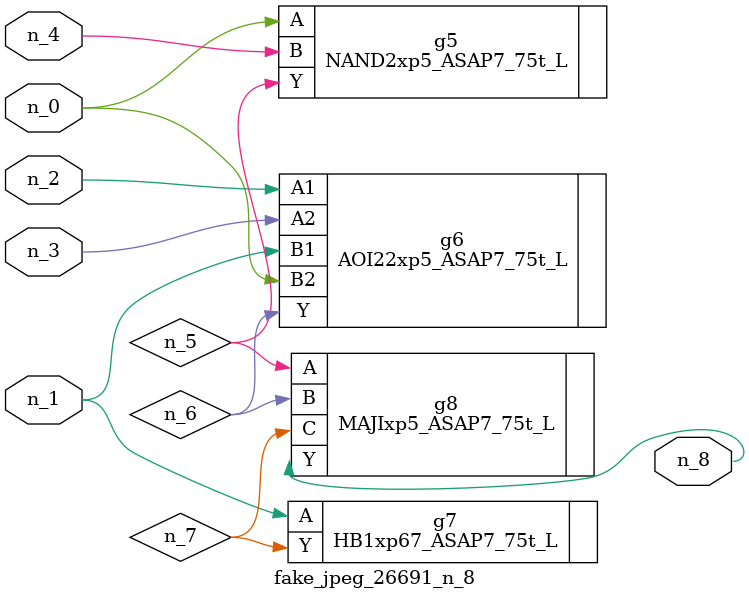
<source format=v>
module fake_jpeg_26691_n_8 (n_3, n_2, n_1, n_0, n_4, n_8);

input n_3;
input n_2;
input n_1;
input n_0;
input n_4;

output n_8;

wire n_6;
wire n_5;
wire n_7;

NAND2xp5_ASAP7_75t_L g5 ( 
.A(n_0),
.B(n_4),
.Y(n_5)
);

AOI22xp5_ASAP7_75t_L g6 ( 
.A1(n_2),
.A2(n_3),
.B1(n_1),
.B2(n_0),
.Y(n_6)
);

HB1xp67_ASAP7_75t_L g7 ( 
.A(n_1),
.Y(n_7)
);

MAJIxp5_ASAP7_75t_L g8 ( 
.A(n_5),
.B(n_6),
.C(n_7),
.Y(n_8)
);


endmodule
</source>
